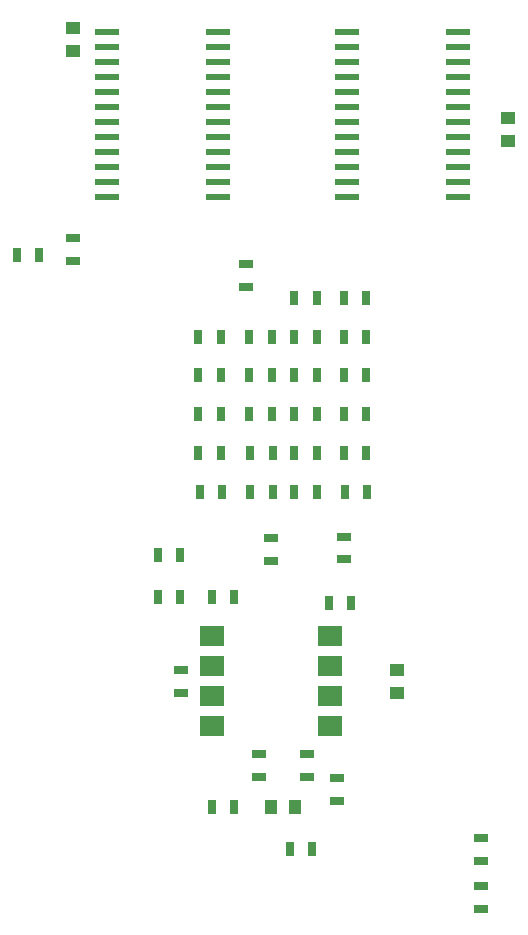
<source format=gbr>
G04 #@! TF.FileFunction,Paste,Top*
%FSLAX46Y46*%
G04 Gerber Fmt 4.6, Leading zero omitted, Abs format (unit mm)*
G04 Created by KiCad (PCBNEW 4.0.7) date Thursday, May 31, 2018 'PMt' 11:14:33 PM*
%MOMM*%
%LPD*%
G01*
G04 APERTURE LIST*
%ADD10C,0.100000*%
%ADD11R,1.250000X1.000000*%
%ADD12R,1.000000X1.250000*%
%ADD13R,1.300000X0.700000*%
%ADD14R,0.700000X1.300000*%
%ADD15R,2.000000X0.600000*%
%ADD16R,2.000000X1.780000*%
G04 APERTURE END LIST*
D10*
D11*
X85852000Y-93456000D03*
X85852000Y-91456000D03*
D12*
X77200000Y-103124000D03*
X75200000Y-103124000D03*
D11*
X95250000Y-44720000D03*
X95250000Y-46720000D03*
X58420000Y-37100000D03*
X58420000Y-39100000D03*
D13*
X73100000Y-59050000D03*
X73100000Y-57150000D03*
X67564000Y-93406000D03*
X67564000Y-91506000D03*
D14*
X76774000Y-106680000D03*
X78674000Y-106680000D03*
X55560000Y-56388000D03*
X53660000Y-56388000D03*
X81350000Y-60000000D03*
X83250000Y-60000000D03*
X81350000Y-63300000D03*
X83250000Y-63300000D03*
X81350000Y-66500000D03*
X83250000Y-66500000D03*
X81350000Y-69800000D03*
X83250000Y-69800000D03*
D13*
X58420000Y-56830000D03*
X58420000Y-54930000D03*
D14*
X79050000Y-60000000D03*
X77150000Y-60000000D03*
X79050000Y-63300000D03*
X77150000Y-63300000D03*
X79050000Y-66500000D03*
X77150000Y-66500000D03*
X79050000Y-69800000D03*
X77150000Y-69800000D03*
X81350000Y-73100000D03*
X83250000Y-73100000D03*
X80076000Y-85852000D03*
X81976000Y-85852000D03*
D13*
X81407000Y-80203000D03*
X81407000Y-82103000D03*
X92964000Y-107630000D03*
X92964000Y-105730000D03*
D14*
X79050000Y-73100000D03*
X77150000Y-73100000D03*
X79050000Y-76400000D03*
X77150000Y-76400000D03*
X83350000Y-76400000D03*
X81450000Y-76400000D03*
D13*
X92964000Y-109794000D03*
X92964000Y-111694000D03*
D14*
X70950000Y-63300000D03*
X69050000Y-63300000D03*
X70950000Y-66500000D03*
X69050000Y-66500000D03*
X70950000Y-69800000D03*
X69050000Y-69800000D03*
X70950000Y-73100000D03*
X69050000Y-73100000D03*
X73350000Y-63300000D03*
X75250000Y-63300000D03*
X73350000Y-66500000D03*
X75250000Y-66500000D03*
X73350000Y-69800000D03*
X75250000Y-69800000D03*
X73450000Y-73100000D03*
X75350000Y-73100000D03*
X71050000Y-76400000D03*
X69150000Y-76400000D03*
X67498000Y-81788000D03*
X65598000Y-81788000D03*
X67498000Y-85344000D03*
X65598000Y-85344000D03*
X70170000Y-103124000D03*
X72070000Y-103124000D03*
X73450000Y-76400000D03*
X75350000Y-76400000D03*
D13*
X75184000Y-80330000D03*
X75184000Y-82230000D03*
D14*
X70170000Y-85344000D03*
X72070000Y-85344000D03*
D13*
X74168000Y-100518000D03*
X74168000Y-98618000D03*
X80772000Y-100650000D03*
X80772000Y-102550000D03*
X78232000Y-100518000D03*
X78232000Y-98618000D03*
D15*
X61340000Y-37465000D03*
X61340000Y-38735000D03*
X61340000Y-40005000D03*
X61340000Y-41275000D03*
X61340000Y-42545000D03*
X61340000Y-43815000D03*
X61340000Y-45085000D03*
X61340000Y-46355000D03*
X61340000Y-47625000D03*
X61340000Y-48895000D03*
X61340000Y-50165000D03*
X61340000Y-51435000D03*
X70740000Y-51435000D03*
X70740000Y-50165000D03*
X70740000Y-48895000D03*
X70740000Y-47625000D03*
X70740000Y-46355000D03*
X70740000Y-45085000D03*
X70740000Y-43815000D03*
X70740000Y-42545000D03*
X70740000Y-41275000D03*
X70740000Y-40005000D03*
X70740000Y-38735000D03*
X70740000Y-37465000D03*
X81660000Y-37465000D03*
X81660000Y-38735000D03*
X81660000Y-40005000D03*
X81660000Y-41275000D03*
X81660000Y-42545000D03*
X81660000Y-43815000D03*
X81660000Y-45085000D03*
X81660000Y-46355000D03*
X81660000Y-47625000D03*
X81660000Y-48895000D03*
X81660000Y-50165000D03*
X81660000Y-51435000D03*
X91060000Y-51435000D03*
X91060000Y-50165000D03*
X91060000Y-48895000D03*
X91060000Y-47625000D03*
X91060000Y-46355000D03*
X91060000Y-45085000D03*
X91060000Y-43815000D03*
X91060000Y-42545000D03*
X91060000Y-41275000D03*
X91060000Y-40005000D03*
X91060000Y-38735000D03*
X91060000Y-37465000D03*
D16*
X80184000Y-96266000D03*
X80184000Y-93726000D03*
X80184000Y-91186000D03*
X80184000Y-88646000D03*
X70184000Y-88646000D03*
X70184000Y-91186000D03*
X70184000Y-93726000D03*
X70184000Y-96266000D03*
M02*

</source>
